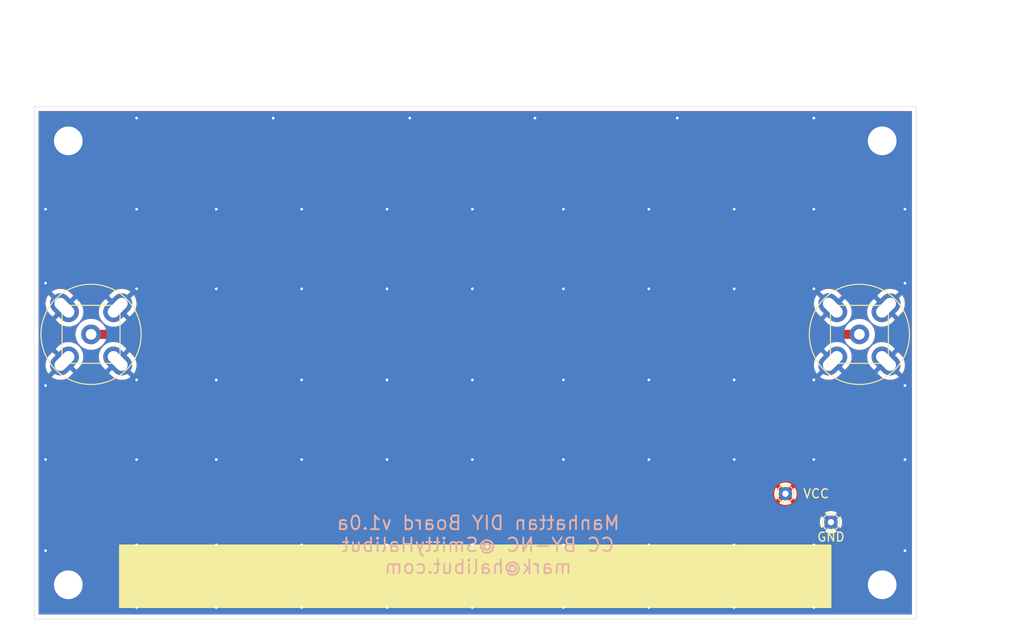
<source format=kicad_pcb>
(kicad_pcb (version 20240108) (generator "pcbnew") (generator_version "8.0")
  (layers (0 "F.Cu" signal) (31 "B.Cu" signal) (34 "B.Paste" user) (35 "F.Paste" user) (36 "B.SilkS" user "B.Silkscreen") (37 "F.SilkS" user "F.Silkscreen") (38 "B.Mask" user) (39 "F.Mask" user) (44 "Edge.Cuts" user))
  (net 0 "")
  (net 1 "GND")
  (net 2 "unconnected-(J1-In-Pad1)")
  (net 3 "VCC")
  (net 4 "unconnected-(J4-In-Pad1)")
  (footprint "MountingHole:MountingHole_3.2mm_M3_Pad" (layer "F.Cu") (at 64.135 123.19)
    (property "Reference" "H2" (hide yes))
    (property "Value" "M3")
    (pad "1" thru_hole circle (at 0 0) (size 6.4 6.4) (drill 3.2) (layers "*.Cu" "*.Mask") (net 1 "GND"))
  )
  (footprint "MountingHole:MountingHole_3.2mm_M3_Pad" (layer "F.Cu") (at 154.94 123.19)
    (property "Reference" "H4" (hide yes))
    (property "Value" "M3")
    (pad "1" thru_hole circle (at 0 0) (size 6.4 6.4) (drill 3.2) (layers "*.Cu" "*.Mask") (net 1 "GND"))
  )
  (footprint "TestPoint:TestPoint_THTPad_D1.5mm_Drill0.7mm" (layer "F.Cu") (at 149.225 116.205)
    (property "Reference" "J2" (hide yes))
    (property "Value" "GND" (at 0 1.651 0) (layer "F.SilkS"))
    (fp_circle (center 0 0) (end 0 0.95) (stroke (width 0.12)) (fill none) (layer "F.SilkS"))
    (pad "1" thru_hole circle (at 0 0) (size 1.5 1.5) (drill 0.7) (layers "*.Cu" "*.Mask") (net 1 "GND"))
  )
  (footprint "Libraries:Conn_BNC_or_SMA_Vertical" (layer "F.Cu") (at 66.675 95.25 45)
    (property "Reference" "J4" (hide yes))
    (property "Value" "Conn_Coaxial")
    (fp_line (start 0 -4.572) (end -4.572 0) (stroke (width 0.12)) (layer "F.SilkS"))
    (fp_line (start -4.572 0) (end 0 4.572) (stroke (width 0.12)) (layer "F.SilkS"))
    (fp_line (start 4.572 0) (end 0 -4.572) (stroke (width 0.12)) (layer "F.SilkS"))
    (fp_line (start 0 4.572) (end 4.572 0) (stroke (width 0.12)) (layer "F.SilkS"))
    (fp_circle (center 0 0) (end 5.588 0) (stroke (width 0.12)) (fill none) (layer "F.SilkS"))
    (pad "1" thru_hole circle (at 0 0 45) (size 2.2 2.2) (drill 1.2) (layers "*.Cu" "*.Mask") (net 4 "unconnected-(J4-In-Pad1)"))
    (pad "2" thru_hole oval (at -4.199999 0 135) (size 2.3 3.6) (drill oval 1.3 2.6) (layers "*.Cu" "*.Mask") (net 1 "GND"))
    (pad "2" thru_hole oval (at 0 -4.199999 45) (size 2.3 3.6) (drill oval 1.3 2.6) (layers "*.Cu" "*.Mask") (net 1 "GND"))
    (pad "2" thru_hole oval (at 0 4.199999 45) (size 2.3 3.6) (drill oval 1.3 2.6) (layers "*.Cu" "*.Mask") (net 1 "GND"))
    (pad "2" thru_hole oval (at 4.199999 0 135) (size 2.3 3.6) (drill oval 1.3 2.6) (layers "*.Cu" "*.Mask") (net 1 "GND"))
  )
  (footprint "Libraries:Conn_BNC_or_SMA_Vertical" (layer "F.Cu") (at 152.4 95.25 45)
    (property "Reference" "J1" (hide yes))
    (property "Value" "Conn_Coaxial")
    (fp_line (start 0 -4.572) (end -4.572 0) (stroke (width 0.12)) (layer "F.SilkS"))
    (fp_line (start -4.572 0) (end 0 4.572) (stroke (width 0.12)) (layer "F.SilkS"))
    (fp_line (start 4.572 0) (end 0 -4.572) (stroke (width 0.12)) (layer "F.SilkS"))
    (fp_line (start 0 4.572) (end 4.572 0) (stroke (width 0.12)) (layer "F.SilkS"))
    (fp_circle (center 0 0) (end 5.588 0) (stroke (width 0.12)) (fill none) (layer "F.SilkS"))
    (pad "1" thru_hole circle (at 0 0 45) (size 2.2 2.2) (drill 1.2) (layers "*.Cu" "*.Mask") (net 2 "unconnected-(J1-In-Pad1)"))
    (pad "2" thru_hole oval (at -4.199999 0 135) (size 2.3 3.6) (drill oval 1.3 2.6) (layers "*.Cu" "*.Mask") (net 1 "GND"))
    (pad "2" thru_hole oval (at 0 -4.199999 45) (size 2.3 3.6) (drill oval 1.3 2.6) (layers "*.Cu" "*.Mask") (net 1 "GND"))
    (pad "2" thru_hole oval (at 0 4.199999 45) (size 2.3 3.6) (drill oval 1.3 2.6) (layers "*.Cu" "*.Mask") (net 1 "GND"))
    (pad "2" thru_hole oval (at 4.199999 0 135) (size 2.3 3.6) (drill oval 1.3 2.6) (layers "*.Cu" "*.Mask") (net 1 "GND"))
  )
  (footprint "TestPoint:TestPoint_THTPad_D1.5mm_Drill0.7mm" (layer "F.Cu") (at 144.145 113.03)
    (property "Reference" "J3" (hide yes))
    (property "Value" "VCC" (at 3.429 0 0) (layer "F.SilkS"))
    (fp_circle (center 0 0) (end 0 0.95) (stroke (width 0.12)) (fill none) (layer "F.SilkS"))
    (pad "1" thru_hole circle (at 0 0) (size 1.5 1.5) (drill 0.7) (layers "*.Cu" "*.Mask") (net 3 "VCC"))
  )
  (footprint "MountingHole:MountingHole_3.2mm_M3_Pad" (layer "F.Cu") (at 64.135 73.66)
    (property "Reference" "H1" (hide yes))
    (property "Value" "M3")
    (pad "1" thru_hole circle (at 0 0) (size 6.4 6.4) (drill 3.2) (layers "*.Cu" "*.Mask") (net 1 "GND"))
  )
  (footprint "MountingHole:MountingHole_3.2mm_M3_Pad" (layer "F.Cu") (at 154.94 73.66)
    (property "Reference" "H3" (hide yes))
    (property "Value" "M3")
    (pad "1" thru_hole circle (at 0 0) (size 6.4 6.4) (drill 3.2) (layers "*.Cu" "*.Mask") (net 1 "GND"))
  )
  (gr_rect (start 69.85 118.745) (end 149.225 125.73) (stroke (width 0.1)) (fill solid) (layer "F.SilkS"))
  (gr_rect (start 60.325 69.85) (end 158.75 127) (stroke (width 0.05)) (fill none) (layer "Edge.Cuts"))
  (gr_text "Manhattan DIY Board v1.0a\nCC BY-NC @SmittyHalibut\nmark@halibut.com" (at 109.855 118.745 0) (layer "B.SilkS") (effects (font (size 1.524 1.524) (thickness 0.2032)) (justify mirror)))
  (via (at 90.17 81.28) (size 0.6) (drill 0.3) (layers "F.Cu" "B.Cu") (net 1))
  (via (at 157.48 81.28) (size 0.6) (drill 0.3) (layers "F.Cu" "B.Cu") (net 1))
  (via (at 119.38 118.745) (size 0.6) (drill 0.3) (layers "F.Cu" "B.Cu") (net 1))
  (via (at 90.17 109.22) (size 0.6) (drill 0.3) (layers "F.Cu" "B.Cu") (net 1))
  (via (at 138.43 81.28) (size 0.6) (drill 0.3) (layers "F.Cu" "B.Cu") (net 1))
  (via (at 71.755 125.73) (size 0.6) (drill 0.3) (layers "F.Cu" "B.Cu") (net 1))
  (via (at 157.48 119.38) (size 0.6) (drill 0.3) (layers "F.Cu" "B.Cu") (net 1))
  (via (at 109.22 109.22) (size 0.6) (drill 0.3) (layers "F.Cu" "B.Cu") (net 1))
  (via (at 138.43 125.73) (size 0.6) (drill 0.3) (layers "F.Cu" "B.Cu") (net 1))
  (via (at 80.645 109.22) (size 0.6) (drill 0.3) (layers "F.Cu" "B.Cu") (net 1))
  (via (at 109.22 100.33) (size 0.6) (drill 0.3) (layers "F.Cu" "B.Cu") (net 1))
  (via (at 71.755 71.12) (size 0.6) (drill 0.3) (layers "F.Cu" "B.Cu") (net 1))
  (via (at 119.38 109.22) (size 0.6) (drill 0.3) (layers "F.Cu" "B.Cu") (net 1))
  (via (at 71.755 90.17) (size 0.6) (drill 0.3) (layers "F.Cu" "B.Cu") (net 1))
  (via (at 138.43 100.33) (size 0.6) (drill 0.3) (layers "F.Cu" "B.Cu") (net 1))
  (via (at 109.22 81.28) (size 0.6) (drill 0.3) (layers "F.Cu" "B.Cu") (net 1))
  (via (at 147.32 125.73) (size 0.6) (drill 0.3) (layers "F.Cu" "B.Cu") (net 1))
  (via (at 147.32 100.33) (size 0.6) (drill 0.3) (layers "F.Cu" "B.Cu") (net 1))
  (via (at 71.755 100.33) (size 0.6) (drill 0.3) (layers "F.Cu" "B.Cu") (net 1))
  (via (at 80.645 125.73) (size 0.6) (drill 0.3) (layers "F.Cu" "B.Cu") (net 1))
  (via (at 109.22 125.73) (size 0.6) (drill 0.3) (layers "F.Cu" "B.Cu") (net 1))
  (via (at 102.235 71.12) (size 0.6) (drill 0.3) (layers "F.Cu" "B.Cu") (net 1))
  (via (at 80.645 100.33) (size 0.6) (drill 0.3) (layers "F.Cu" "B.Cu") (net 1))
  (via (at 71.755 81.28) (size 0.6) (drill 0.3) (layers "F.Cu" "B.Cu") (net 1))
  (via (at 119.38 81.28) (size 0.6) (drill 0.3) (layers "F.Cu" "B.Cu") (net 1))
  (via (at 80.645 81.28) (size 0.6) (drill 0.3) (layers "F.Cu" "B.Cu") (net 1))
  (via (at 99.695 125.73) (size 0.6) (drill 0.3) (layers "F.Cu" "B.Cu") (net 1))
  (via (at 71.755 118.745) (size 0.6) (drill 0.3) (layers "F.Cu" "B.Cu") (net 1))
  (via (at 61.595 119.38) (size 0.6) (drill 0.3) (layers "F.Cu" "B.Cu") (net 1))
  (via (at 86.995 71.12) (size 0.6) (drill 0.3) (layers "F.Cu" "B.Cu") (net 1))
  (via (at 128.905 100.33) (size 0.6) (drill 0.3) (layers "F.Cu" "B.Cu") (net 1))
  (via (at 147.32 81.28) (size 0.6) (drill 0.3) (layers "F.Cu" "B.Cu") (net 1))
  (via (at 71.755 109.22) (size 0.6) (drill 0.3) (layers "F.Cu" "B.Cu") (net 1))
  (via (at 61.595 100.965) (size 0.6) (drill 0.3) (layers "F.Cu" "B.Cu") (net 1))
  (via (at 99.695 81.28) (size 0.6) (drill 0.3) (layers "F.Cu" "B.Cu") (net 1))
  (via (at 128.905 125.73) (size 0.6) (drill 0.3) (layers "F.Cu" "B.Cu") (net 1))
  (via (at 138.43 118.745) (size 0.6) (drill 0.3) (layers "F.Cu" "B.Cu") (net 1))
  (via (at 119.38 90.17) (size 0.6) (drill 0.3) (layers "F.Cu" "B.Cu") (net 1))
  (via (at 138.43 109.22) (size 0.6) (drill 0.3) (layers "F.Cu" "B.Cu") (net 1))
  (via (at 90.17 125.73) (size 0.6) (drill 0.3) (layers "F.Cu" "B.Cu") (net 1))
  (via (at 80.645 90.17) (size 0.6) (drill 0.3) (layers "F.Cu" "B.Cu") (net 1))
  (via (at 99.695 100.33) (size 0.6) (drill 0.3) (layers "F.Cu" "B.Cu") (net 1))
  (via (at 109.22 118.745) (size 0.6) (drill 0.3) (layers "F.Cu" "B.Cu") (net 1))
  (via (at 128.905 90.17) (size 0.6) (drill 0.3) (layers "F.Cu" "B.Cu") (net 1))
  (via (at 99.695 109.22) (size 0.6) (drill 0.3) (layers "F.Cu" "B.Cu") (net 1))
  (via (at 128.905 109.22) (size 0.6) (drill 0.3) (layers "F.Cu" "B.Cu") (net 1))
  (via (at 90.17 100.33) (size 0.6) (drill 0.3) (layers "F.Cu" "B.Cu") (net 1))
  (via (at 157.48 100.965) (size 0.6) (drill 0.3) (layers "F.Cu" "B.Cu") (net 1))
  (via (at 99.695 118.745) (size 0.6) (drill 0.3) (layers "F.Cu" "B.Cu") (net 1))
  (via (at 147.32 118.745) (size 0.6) (drill 0.3) (layers "F.Cu" "B.Cu") (net 1))
  (via (at 138.43 90.17) (size 0.6) (drill 0.3) (layers "F.Cu" "B.Cu") (net 1))
  (via (at 147.32 90.17) (size 0.6) (drill 0.3) (layers "F.Cu" "B.Cu") (net 1))
  (via (at 157.48 89.535) (size 0.6) (drill 0.3) (layers "F.Cu" "B.Cu") (net 1))
  (via (at 116.205 71.12) (size 0.6) (drill 0.3) (layers "F.Cu" "B.Cu") (net 1))
  (via (at 157.48 109.22) (size 0.6) (drill 0.3) (layers "F.Cu" "B.Cu") (net 1))
  (via (at 99.695 90.17) (size 0.6) (drill 0.3) (layers "F.Cu" "B.Cu") (net 1))
  (via (at 61.595 89.535) (size 0.6) (drill 0.3) (layers "F.Cu" "B.Cu") (net 1))
  (via (at 61.595 109.22) (size 0.6) (drill 0.3) (layers "F.Cu" "B.Cu") (net 1))
  (via (at 109.22 90.17) (size 0.6) (drill 0.3) (layers "F.Cu" "B.Cu") (net 1))
  (via (at 128.905 81.28) (size 0.6) (drill 0.3) (layers "F.Cu" "B.Cu") (net 1))
  (via (at 80.645 118.745) (size 0.6) (drill 0.3) (layers "F.Cu" "B.Cu") (net 1))
  (via (at 132.08 71.12) (size 0.6) (drill 0.3) (layers "F.Cu" "B.Cu") (net 1))
  (via (at 147.32 71.12) (size 0.6) (drill 0.3) (layers "F.Cu" "B.Cu") (net 1))
  (via (at 90.17 118.745) (size 0.6) (drill 0.3) (layers "F.Cu" "B.Cu") (net 1))
  (via (at 119.38 125.73) (size 0.6) (drill 0.3) (layers "F.Cu" "B.Cu") (net 1))
  (via (at 119.38 100.33) (size 0.6) (drill 0.3) (layers "F.Cu" "B.Cu") (net 1))
  (via (at 147.32 109.22) (size 0.6) (drill 0.3) (layers "F.Cu" "B.Cu") (net 1))
  (via (at 61.595 81.28) (size 0.6) (drill 0.3) (layers "F.Cu" "B.Cu") (net 1))
  (via (at 90.17 90.17) (size 0.6) (drill 0.3) (layers "F.Cu" "B.Cu") (net 1))
  (via (at 128.905 118.745) (size 0.6) (drill 0.3) (layers "F.Cu" "B.Cu") (net 1))
  (segment (start 152.4 95.25) (end 144.78 95.25) (width 1.016) (layer "F.Cu") (net 2))
  (segment (start 66.675 95.25) (end 74.93 95.25) (width 1.016) (layer "F.Cu") (net 4))
  (zone (net 0) (net_name "") (layer "F.Cu") (priority 2) (connect_pads yes (clearance 0.5)) (min_thickness 0.25) (fill yes (thermal_gap 0.5) (thermal_bridge_width 0.5) (island_removal_mode 1) (island_area_min 9.999999))
    (polygon (pts (xy 120.65 82.55) (xy 127 82.55) (xy 127 88.9) (xy 120.65 88.9)))
  )
  (zone (net 0) (net_name "") (layer "F.Cu") (priority 2) (connect_pads yes (clearance 0.5)) (min_thickness 0.25) (fill yes (thermal_gap 0.5) (thermal_bridge_width 0.5) (island_removal_mode 1) (island_area_min 9.999999))
    (polygon (pts (xy 92.075 92.075) (xy 98.425 92.075) (xy 98.425 98.425) (xy 92.075 98.425)))
  )
  (zone (net 0) (net_name "") (layer "F.Cu") (priority 2) (connect_pads yes (clearance 0.5)) (min_thickness 0.25) (fill yes (thermal_gap 0.5) (thermal_bridge_width 0.5) (island_removal_mode 1) (island_area_min 9.999999))
    (polygon (pts (xy 139.7 82.55) (xy 146.05 82.55) (xy 146.05 88.9) (xy 139.7 88.9)))
  )
  (zone (net 0) (net_name "") (layer "F.Cu") (priority 2) (connect_pads yes (clearance 0.5)) (min_thickness 0.25) (fill yes (thermal_gap 0.5) (thermal_bridge_width 0.5) (island_removal_mode 1) (island_area_min 9.999999))
    (polygon (pts (xy 73.025 82.55) (xy 79.375 82.55) (xy 79.375 88.9) (xy 73.025 88.9)))
  )
  (zone (net 0) (net_name "") (layer "F.Cu") (priority 2) (connect_pads yes (clearance 0.5)) (min_thickness 0.25) (fill yes (thermal_gap 0.5) (thermal_bridge_width 0.5) (island_removal_mode 1) (island_area_min 9.999999))
    (polygon (pts (xy 63.5 101.6) (xy 69.85 101.6) (xy 69.85 107.95) (xy 63.5 107.95)))
  )
  (zone (net 0) (net_name "") (layer "F.Cu") (priority 2) (connect_pads yes (clearance 0.5)) (min_thickness 0.25) (fill yes (thermal_gap 0.5) (thermal_bridge_width 0.5) (island_removal_mode 1) (island_area_min 9.999999))
    (polygon (pts (xy 82.55 92.075) (xy 88.9 92.075) (xy 88.9 98.425) (xy 82.55 98.425)))
  )
  (zone (net 0) (net_name "") (layer "F.Cu") (priority 2) (connect_pads yes (clearance 0.5)) (min_thickness 0.25) (fill yes (thermal_gap 0.5) (thermal_bridge_width 0.5) (island_removal_mode 1) (island_area_min 9.999999))
    (polygon (pts (xy 101.6 101.6) (xy 107.95 101.6) (xy 107.95 107.95) (xy 101.6 107.95)))
  )
  (zone (net 0) (net_name "") (layer "F.Cu") (priority 2) (connect_pads yes (clearance 0.5)) (min_thickness 0.25) (fill yes (thermal_gap 0.5) (thermal_bridge_width 0.5) (island_removal_mode 1) (island_area_min 9.999999))
    (polygon (pts (xy 82.55 101.6) (xy 88.9 101.6) (xy 88.9 107.95) (xy 82.55 107.95)))
  )
  (zone (net 0) (net_name "") (layer "F.Cu") (priority 2) (connect_pads yes (clearance 0.5)) (min_thickness 0.25) (fill yes (thermal_gap 0.5) (thermal_bridge_width 0.5) (island_removal_mode 1) (island_area_min 9.999999))
    (polygon (pts (xy 111.125 82.55) (xy 117.475 82.55) (xy 117.475 88.9) (xy 111.125 88.9)))
  )
  (zone (net 0) (net_name "") (layer "F.Cu") (priority 2) (connect_pads yes (clearance 0.5)) (min_thickness 0.25) (fill yes (thermal_gap 0.5) (thermal_bridge_width 0.5) (island_removal_mode 1) (island_area_min 9.999999))
    (polygon (pts (xy 130.175 101.6) (xy 136.525 101.6) (xy 136.525 107.95) (xy 130.175 107.95)))
  )
  (zone (net 0) (net_name "") (layer "F.Cu") (priority 2) (connect_pads yes (clearance 0.5)) (min_thickness 0.25) (fill yes (thermal_gap 0.5) (thermal_bridge_width 0.5) (island_removal_mode 1) (island_area_min 9.999999))
    (polygon (pts (xy 149.225 82.55) (xy 155.575 82.55) (xy 155.575 88.9) (xy 149.225 88.9)))
  )
  (zone (net 0) (net_name "") (layer "F.Cu") (priority 2) (connect_pads yes (clearance 0.5)) (min_thickness 0.25) (fill yes (thermal_gap 0.5) (thermal_bridge_width 0.5) (island_removal_mode 1) (island_area_min 9.999999))
    (polygon (pts (xy 133.35 73.025) (xy 146.05 73.025) (xy 146.05 79.375) (xy 133.35 79.375)))
  )
  (zone (net 0) (net_name "") (layer "F.Cu") (priority 2) (connect_pads yes (clearance 0.5)) (min_thickness 0.25) (fill yes (thermal_gap 0.5) (thermal_bridge_width 0.5) (island_removal_mode 1) (island_area_min 9.999999))
    (polygon (pts (xy 73.025 101.6) (xy 79.375 101.6) (xy 79.375 107.95) (xy 73.025 107.95)))
  )
  (zone (net 0) (net_name "") (layer "F.Cu") (priority 2) (connect_pads yes (clearance 0.5)) (min_thickness 0.25) (fill yes (thermal_gap 0.5) (thermal_bridge_width 0.5) (island_removal_mode 1) (island_area_min 9.999999))
    (polygon (pts (xy 149.225 101.6) (xy 155.575 101.6) (xy 155.575 107.95) (xy 149.225 107.95)))
  )
  (zone (net 0) (net_name "") (layer "F.Cu") (priority 2) (connect_pads yes (clearance 0.5)) (min_thickness 0.25) (fill yes (thermal_gap 0.5) (thermal_bridge_width 0.5) (island_removal_mode 1) (island_area_min 9.999999))
    (polygon (pts (xy 92.075 101.6) (xy 98.425 101.6) (xy 98.425 107.95) (xy 92.075 107.95)))
  )
  (zone (net 4) (net_name "unconnected-(J4-In-Pad1)") (layer "F.Cu") (priority 2) (connect_pads yes (clearance 0.5)) (min_thickness 0.25) (fill yes (thermal_gap 0.5) (thermal_bridge_width 0.5) (island_removal_mode 1) (island_area_min 9.999999))
    (polygon (pts (xy 73.025 92.075) (xy 79.375 92.075) (xy 79.375 98.425) (xy 73.025 98.425)))
  )
  (zone (net 0) (net_name "") (layer "F.Cu") (priority 2) (connect_pads yes (clearance 0.5)) (min_thickness 0.25) (fill yes (thermal_gap 0.5) (thermal_bridge_width 0.5) (island_removal_mode 1) (island_area_min 9.999999))
    (polygon (pts (xy 120.65 101.6) (xy 127 101.6) (xy 127 107.95) (xy 120.65 107.95)))
  )
  (zone (net 0) (net_name "") (layer "F.Cu") (priority 2) (connect_pads yes (clearance 0.5)) (min_thickness 0.25) (fill yes (thermal_gap 0.5) (thermal_bridge_width 0.5) (island_removal_mode 1) (island_area_min 9.999999))
    (polygon (pts (xy 101.6 82.55) (xy 107.95 82.55) (xy 107.95 88.9) (xy 101.6 88.9)))
  )
  (zone (net 0) (net_name "") (layer "F.Cu") (priority 2) (connect_pads yes (clearance 0.5)) (min_thickness 0.25) (fill yes (thermal_gap 0.5) (thermal_bridge_width 0.5) (island_removal_mode 1) (island_area_min 9.999999))
    (polygon (pts (xy 117.475 73.025) (xy 130.175 73.025) (xy 130.175 79.375) (xy 117.475 79.375)))
  )
  (zone (net 0) (net_name "") (layer "F.Cu") (priority 2) (connect_pads yes (clearance 0.5)) (min_thickness 0.25) (fill yes (thermal_gap 0.5) (thermal_bridge_width 0.5) (island_removal_mode 1) (island_area_min 9.999999))
    (polygon (pts (xy 130.175 92.075) (xy 136.525 92.075) (xy 136.525 98.425) (xy 130.175 98.425)))
  )
  (zone (net 3) (net_name "VCC") (layer "F.Cu") (priority 2) (connect_pads (clearance 0.5)) (min_thickness 0.25) (fill yes (thermal_gap 0.5) (thermal_bridge_width 0.5) (island_removal_mode 1) (island_area_min 9.999999))
    (polygon (pts (xy 73.025 111.125) (xy 146.05 111.125) (xy 146.05 117.475) (xy 73.025 117.475)))
  )
  (zone (net 0) (net_name "") (layer "F.Cu") (priority 2) (connect_pads yes (clearance 0.5)) (min_thickness 0.25) (fill yes (thermal_gap 0.5) (thermal_bridge_width 0.5) (island_removal_mode 1) (island_area_min 9.999999))
    (polygon (pts (xy 82.55 82.55) (xy 88.9 82.55) (xy 88.9 88.9) (xy 82.55 88.9)))
  )
  (zone (net 0) (net_name "") (layer "F.Cu") (priority 2) (connect_pads yes (clearance 0.5)) (min_thickness 0.25) (fill yes (thermal_gap 0.5) (thermal_bridge_width 0.5) (island_removal_mode 1) (island_area_min 9.999999))
    (polygon (pts (xy 111.125 101.6) (xy 117.475 101.6) (xy 117.475 107.95) (xy 111.125 107.95)))
  )
  (zone (net 0) (net_name "") (layer "F.Cu") (priority 2) (connect_pads yes (clearance 0.5)) (min_thickness 0.25) (fill yes (thermal_gap 0.5) (thermal_bridge_width 0.5) (island_removal_mode 1) (island_area_min 9.999999))
    (polygon (pts (xy 139.7 101.6) (xy 146.05 101.6) (xy 146.05 107.95) (xy 139.7 107.95)))
  )
  (zone (net 0) (net_name "") (layer "F.Cu") (priority 2) (connect_pads yes (clearance 0.5)) (min_thickness 0.25) (fill yes (thermal_gap 0.5) (thermal_bridge_width 0.5) (island_removal_mode 1) (island_area_min 9.999999))
    (polygon (pts (xy 120.65 92.075) (xy 127 92.075) (xy 127 98.425) (xy 120.65 98.425)))
  )
  (zone (net 0) (net_name "") (layer "F.Cu") (priority 2) (connect_pads yes (clearance 0.5)) (min_thickness 0.25) (fill yes (thermal_gap 0.5) (thermal_bridge_width 0.5) (island_removal_mode 1) (island_area_min 9.999999))
    (polygon (pts (xy 63.5 82.55) (xy 69.85 82.55) (xy 69.85 88.9) (xy 63.5 88.9)))
  )
  (zone (net 0) (net_name "") (layer "F.Cu") (priority 2) (connect_pads yes (clearance 0.5)) (min_thickness 0.25) (fill yes (thermal_gap 0.5) (thermal_bridge_width 0.5) (island_removal_mode 1) (island_area_min 9.999999))
    (polygon (pts (xy 130.175 82.55) (xy 136.525 82.55) (xy 136.525 88.9) (xy 130.175 88.9)))
  )
  (zone (net 0) (net_name "") (layer "F.Cu") (priority 2) (connect_pads yes (clearance 0.5)) (min_thickness 0.25) (fill yes (thermal_gap 0.5) (thermal_bridge_width 0.5) (island_removal_mode 1) (island_area_min 9.999999))
    (polygon (pts (xy 92.075 82.55) (xy 98.425 82.55) (xy 98.425 88.9) (xy 92.075 88.9)))
  )
  (zone (net 0) (net_name "") (layer "F.Cu") (priority 2) (connect_pads yes (clearance 0.5)) (min_thickness 0.25) (fill yes (thermal_gap 0.5) (thermal_bridge_width 0.5) (island_removal_mode 1) (island_area_min 9.999999))
    (polygon (pts (xy 111.125 92.075) (xy 117.475 92.075) (xy 117.475 98.425) (xy 111.125 98.425)))
  )
  (zone (net 0) (net_name "") (layer "F.Cu") (priority 2) (connect_pads yes (clearance 0.5)) (min_thickness 0.25) (fill yes (thermal_gap 0.5) (thermal_bridge_width 0.5) (island_removal_mode 1) (island_area_min 9.999999))
    (polygon (pts (xy 88.9 73.025) (xy 101.6 73.025) (xy 101.6 79.375) (xy 88.9 79.375)))
  )
  (zone (net 2) (net_name "unconnected-(J1-In-Pad1)") (layer "F.Cu") (priority 2) (connect_pads yes (clearance 0.5)) (min_thickness 0.25) (fill yes (thermal_gap 0.5) (thermal_bridge_width 0.5) (island_removal_mode 1) (island_area_min 9.999999))
    (polygon (pts (xy 139.7 92.075) (xy 146.05 92.075) (xy 146.05 98.425) (xy 139.7 98.425)))
  )
  (zone (net 0) (net_name "") (layer "F.Cu") (priority 2) (connect_pads yes (clearance 0.5)) (min_thickness 0.25) (fill yes (thermal_gap 0.5) (thermal_bridge_width 0.5) (island_removal_mode 1) (island_area_min 9.999999))
    (polygon (pts (xy 101.6 92.075) (xy 107.95 92.075) (xy 107.95 98.425) (xy 101.6 98.425)))
  )
  (zone (net 0) (net_name "") (layer "F.Cu") (priority 2) (connect_pads yes (clearance 0.5)) (min_thickness 0.25) (fill yes (thermal_gap 0.5) (thermal_bridge_width 0.5) (island_removal_mode 1) (island_area_min 9.999999))
    (polygon (pts (xy 104.775 73.025) (xy 114.3 73.025) (xy 114.3 79.375) (xy 104.775 79.375)))
  )
  (zone (net 0) (net_name "") (layer "F.Cu") (priority 2) (connect_pads yes (clearance 0.5)) (min_thickness 0.25) (fill yes (thermal_gap 0.5) (thermal_bridge_width 0.5) (island_removal_mode 1) (island_area_min 9.999999))
    (polygon (pts (xy 73.025 73.025) (xy 85.725 73.025) (xy 85.725 79.375) (xy 73.025 79.375)))
  )
  (zone (net 1) (net_name "GND") (layers "F&B.Cu") (connect_pads yes (clearance 0.635)) (min_thickness 0.0254) (fill yes (thermal_gap 0.5) (thermal_bridge_width 0.5))
    (polygon (pts (xy 159.385 127.635) (xy 159.385 62.865) (xy 56.515 62.865) (xy 56.515 127.635)))
  )
)
</source>
